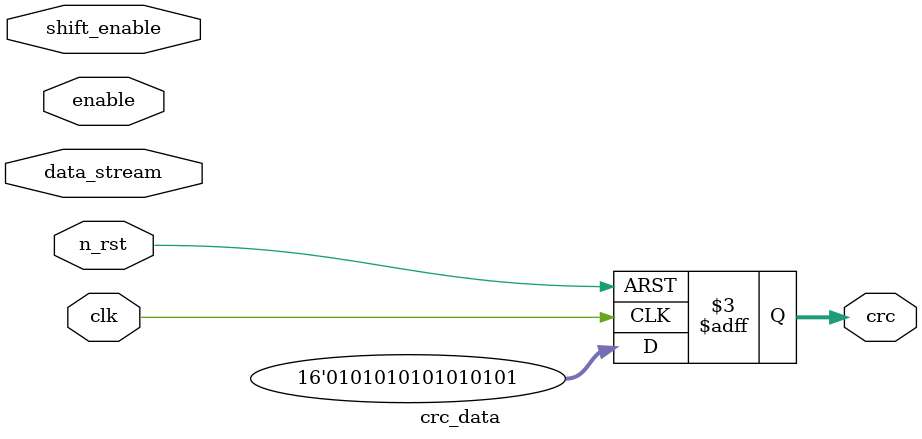
<source format=sv>
module crc_data (
    input logic clk,
    input logic n_rst,
    input logic enable,
    input logic shift_enable,
    input logic data_stream,
    // input logic reset,
    output logic [15:0] crc
);
    always_ff @( posedge clk, negedge n_rst ) begin : blockName
        if(n_rst == 1'b0) begin
            crc = '1;
        end else begin
            crc = 16'b0101010101010101;
        end
    end

endmodule
</source>
